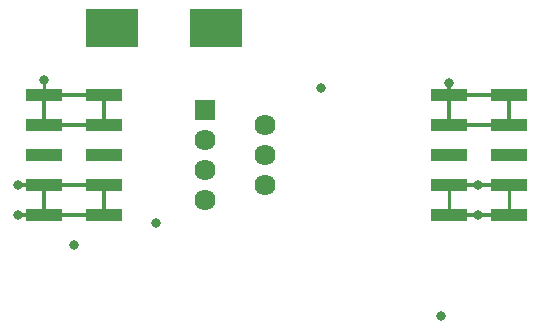
<source format=gbl>
G04 #@! TF.GenerationSoftware,KiCad,Pcbnew,(5.1.10-1-10_14)*
G04 #@! TF.CreationDate,2021-10-31T20:43:21-04:00*
G04 #@! TF.ProjectId,Readout-DC-Board,52656164-6f75-4742-9d44-432d426f6172,rev?*
G04 #@! TF.SameCoordinates,Original*
G04 #@! TF.FileFunction,Copper,L4,Bot*
G04 #@! TF.FilePolarity,Positive*
%FSLAX46Y46*%
G04 Gerber Fmt 4.6, Leading zero omitted, Abs format (unit mm)*
G04 Created by KiCad (PCBNEW (5.1.10-1-10_14)) date 2021-10-31 20:43:21*
%MOMM*%
%LPD*%
G01*
G04 APERTURE LIST*
G04 #@! TA.AperFunction,SMDPad,CuDef*
%ADD10R,3.150000X1.000000*%
G04 #@! TD*
G04 #@! TA.AperFunction,ComponentPad*
%ADD11R,4.500000X3.300000*%
G04 #@! TD*
G04 #@! TA.AperFunction,ComponentPad*
%ADD12C,1.790000*%
G04 #@! TD*
G04 #@! TA.AperFunction,ComponentPad*
%ADD13R,1.790000X1.790000*%
G04 #@! TD*
G04 #@! TA.AperFunction,ViaPad*
%ADD14C,0.800000*%
G04 #@! TD*
G04 #@! TA.AperFunction,Conductor*
%ADD15C,0.304800*%
G04 #@! TD*
G04 #@! TA.AperFunction,Conductor*
%ADD16C,0.250000*%
G04 #@! TD*
G04 APERTURE END LIST*
D10*
X85710000Y-106680000D03*
X80660000Y-106680000D03*
X85710000Y-109220000D03*
X80660000Y-109220000D03*
X85710000Y-111760000D03*
X80660000Y-111760000D03*
X85710000Y-114300000D03*
X80660000Y-114300000D03*
X85710000Y-116840000D03*
X80660000Y-116840000D03*
D11*
X95205000Y-100965000D03*
X86405000Y-100965000D03*
D10*
X120000000Y-106680000D03*
X114950000Y-106680000D03*
X120000000Y-109220000D03*
X114950000Y-109220000D03*
X120000000Y-111760000D03*
X114950000Y-111760000D03*
X120000000Y-114300000D03*
X114950000Y-114300000D03*
X120000000Y-116840000D03*
X114950000Y-116840000D03*
D12*
X94267500Y-115570000D03*
X99347500Y-114300000D03*
X94267500Y-113030000D03*
X99347500Y-111760000D03*
X94267500Y-110490000D03*
X99347500Y-109220000D03*
D13*
X94267500Y-107950000D03*
D14*
X80645000Y-105410000D03*
X90170000Y-117475000D03*
X83185000Y-119380000D03*
X104140000Y-106045000D03*
X114300000Y-125425200D03*
X117449600Y-116840000D03*
X117449600Y-114300000D03*
X78435200Y-114300000D03*
X78435200Y-116840000D03*
X114947700Y-105651300D03*
D15*
X80660000Y-106680000D02*
X80660000Y-109220000D01*
X85710000Y-106680000D02*
X85710000Y-109220000D01*
D16*
X80660000Y-106680000D02*
X80660000Y-107330000D01*
X80660000Y-105425000D02*
X80645000Y-105410000D01*
X80660000Y-106680000D02*
X80660000Y-105425000D01*
D15*
X85710000Y-106680000D02*
X80660000Y-106680000D01*
X85710000Y-109220000D02*
X80660000Y-109220000D01*
X80660000Y-114300000D02*
X80660000Y-116840000D01*
X85710000Y-114300000D02*
X85710000Y-116840000D01*
D16*
X120000000Y-114300000D02*
X120000000Y-116840000D01*
X114950000Y-114300000D02*
X114950000Y-116840000D01*
D15*
X114950000Y-116840000D02*
X117449600Y-116840000D01*
X117449600Y-116840000D02*
X120000000Y-116840000D01*
X114950000Y-114300000D02*
X117449600Y-114300000D01*
X117449600Y-114300000D02*
X120000000Y-114300000D01*
X80660000Y-114300000D02*
X85710000Y-114300000D01*
X80660000Y-116840000D02*
X85710000Y-116840000D01*
X80660000Y-114300000D02*
X78435200Y-114300000D01*
X80660000Y-116840000D02*
X78486000Y-116840000D01*
X120000000Y-109220000D02*
X120000000Y-106680000D01*
X114950000Y-106680000D02*
X120000000Y-106680000D01*
X120000000Y-109220000D02*
X114950000Y-109220000D01*
X114950000Y-107833400D02*
X114950000Y-105653600D01*
X114950000Y-109220000D02*
X114950000Y-107833400D01*
D16*
X114950000Y-105653600D02*
X114947700Y-105651300D01*
X114950000Y-107833400D02*
X114950000Y-106680000D01*
M02*

</source>
